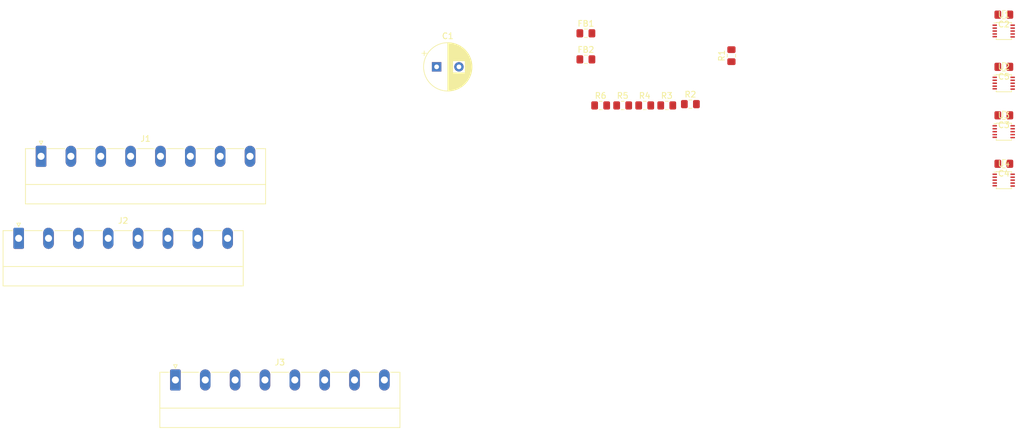
<source format=kicad_pcb>
(kicad_pcb (version 20171130) (host pcbnew 5.0.2+dfsg1-1)

  (general
    (thickness 1.6)
    (drawings 0)
    (tracks 0)
    (zones 0)
    (modules 20)
    (nets 27)
  )

  (page A4)
  (layers
    (0 F.Cu signal)
    (31 B.Cu signal)
    (32 B.Adhes user)
    (33 F.Adhes user)
    (34 B.Paste user)
    (35 F.Paste user)
    (36 B.SilkS user)
    (37 F.SilkS user)
    (38 B.Mask user)
    (39 F.Mask user)
    (40 Dwgs.User user)
    (41 Cmts.User user)
    (42 Eco1.User user)
    (43 Eco2.User user)
    (44 Edge.Cuts user)
    (45 Margin user)
    (46 B.CrtYd user)
    (47 F.CrtYd user)
    (48 B.Fab user)
    (49 F.Fab user)
  )

  (setup
    (last_trace_width 0.254)
    (user_trace_width 1.27)
    (user_trace_width 2.54)
    (user_trace_width 5.08)
    (user_trace_width 12.7)
    (trace_clearance 0.2)
    (zone_clearance 0.508)
    (zone_45_only no)
    (trace_min 0.2)
    (segment_width 0.2)
    (edge_width 0.15)
    (via_size 0.6)
    (via_drill 0.4)
    (via_min_size 0.4)
    (via_min_drill 0.3)
    (uvia_size 0.3)
    (uvia_drill 0.1)
    (uvias_allowed no)
    (uvia_min_size 0.2)
    (uvia_min_drill 0.1)
    (pcb_text_width 0.3)
    (pcb_text_size 1.5 1.5)
    (mod_edge_width 0.15)
    (mod_text_size 1 1)
    (mod_text_width 0.15)
    (pad_size 1.524 1.524)
    (pad_drill 0.762)
    (pad_to_mask_clearance 0.2)
    (solder_mask_min_width 0.25)
    (aux_axis_origin 0 0)
    (visible_elements 7FFFEFFF)
    (pcbplotparams
      (layerselection 0x00030_80000001)
      (usegerberextensions false)
      (usegerberattributes false)
      (usegerberadvancedattributes false)
      (creategerberjobfile false)
      (excludeedgelayer true)
      (linewidth 0.100000)
      (plotframeref false)
      (viasonmask false)
      (mode 1)
      (useauxorigin false)
      (hpglpennumber 1)
      (hpglpenspeed 20)
      (hpglpendiameter 15.000000)
      (psnegative false)
      (psa4output false)
      (plotreference true)
      (plotvalue true)
      (plotinvisibletext false)
      (padsonsilk false)
      (subtractmaskfromsilk false)
      (outputformat 1)
      (mirror false)
      (drillshape 1)
      (scaleselection 1)
      (outputdirectory ""))
  )

  (net 0 "")
  (net 1 VDD)
  (net 2 GND)
  (net 3 ALERT_0x4B)
  (net 4 ALERT_0x4A)
  (net 5 ALERT_0x49)
  (net 6 ALERT_0x48)
  (net 7 SDA)
  (net 8 SCLK)
  (net 9 "Net-(J2-Pad1)")
  (net 10 "Net-(J2-Pad2)")
  (net 11 "Net-(J2-Pad3)")
  (net 12 "Net-(J2-Pad4)")
  (net 13 "Net-(J2-Pad5)")
  (net 14 "Net-(J2-Pad6)")
  (net 15 "Net-(J2-Pad7)")
  (net 16 "Net-(J2-Pad8)")
  (net 17 "Net-(J3-Pad8)")
  (net 18 "Net-(J3-Pad7)")
  (net 19 "Net-(J3-Pad6)")
  (net 20 "Net-(J3-Pad5)")
  (net 21 "Net-(J3-Pad4)")
  (net 22 "Net-(J3-Pad3)")
  (net 23 "Net-(J3-Pad2)")
  (net 24 "Net-(J3-Pad1)")
  (net 25 "Net-(C1-Pad1)")
  (net 26 "Net-(C1-Pad2)")

  (net_class Default "This is the default net class."
    (clearance 0.2)
    (trace_width 0.254)
    (via_dia 0.6)
    (via_drill 0.4)
    (uvia_dia 0.3)
    (uvia_drill 0.1)
    (add_net ALERT_0x48)
    (add_net ALERT_0x49)
    (add_net ALERT_0x4A)
    (add_net ALERT_0x4B)
    (add_net GND)
    (add_net "Net-(C1-Pad1)")
    (add_net "Net-(C1-Pad2)")
    (add_net "Net-(J2-Pad1)")
    (add_net "Net-(J2-Pad2)")
    (add_net "Net-(J2-Pad3)")
    (add_net "Net-(J2-Pad4)")
    (add_net "Net-(J2-Pad5)")
    (add_net "Net-(J2-Pad6)")
    (add_net "Net-(J2-Pad7)")
    (add_net "Net-(J2-Pad8)")
    (add_net "Net-(J3-Pad1)")
    (add_net "Net-(J3-Pad2)")
    (add_net "Net-(J3-Pad3)")
    (add_net "Net-(J3-Pad4)")
    (add_net "Net-(J3-Pad5)")
    (add_net "Net-(J3-Pad6)")
    (add_net "Net-(J3-Pad7)")
    (add_net "Net-(J3-Pad8)")
    (add_net SCLK)
    (add_net SDA)
    (add_net VDD)
  )

  (module Capacitor_THT:CP_Radial_D8.0mm_P3.80mm (layer F.Cu) (tedit 5AE50EF0) (tstamp 5E5D21FE)
    (at 88.9 96.52)
    (descr "CP, Radial series, Radial, pin pitch=3.80mm, , diameter=8mm, Electrolytic Capacitor")
    (tags "CP Radial series Radial pin pitch 3.80mm  diameter 8mm Electrolytic Capacitor")
    (path /5E3ACE71)
    (fp_text reference C1 (at 1.9 -5.25) (layer F.SilkS)
      (effects (font (size 1 1) (thickness 0.15)))
    )
    (fp_text value 1uF (at 1.9 5.25) (layer F.Fab)
      (effects (font (size 1 1) (thickness 0.15)))
    )
    (fp_circle (center 1.9 0) (end 5.9 0) (layer F.Fab) (width 0.1))
    (fp_circle (center 1.9 0) (end 6.02 0) (layer F.SilkS) (width 0.12))
    (fp_circle (center 1.9 0) (end 6.15 0) (layer F.CrtYd) (width 0.05))
    (fp_line (start -1.526759 -1.7475) (end -0.726759 -1.7475) (layer F.Fab) (width 0.1))
    (fp_line (start -1.126759 -2.1475) (end -1.126759 -1.3475) (layer F.Fab) (width 0.1))
    (fp_line (start 1.9 -4.08) (end 1.9 4.08) (layer F.SilkS) (width 0.12))
    (fp_line (start 1.94 -4.08) (end 1.94 4.08) (layer F.SilkS) (width 0.12))
    (fp_line (start 1.98 -4.08) (end 1.98 4.08) (layer F.SilkS) (width 0.12))
    (fp_line (start 2.02 -4.079) (end 2.02 4.079) (layer F.SilkS) (width 0.12))
    (fp_line (start 2.06 -4.077) (end 2.06 4.077) (layer F.SilkS) (width 0.12))
    (fp_line (start 2.1 -4.076) (end 2.1 4.076) (layer F.SilkS) (width 0.12))
    (fp_line (start 2.14 -4.074) (end 2.14 4.074) (layer F.SilkS) (width 0.12))
    (fp_line (start 2.18 -4.071) (end 2.18 4.071) (layer F.SilkS) (width 0.12))
    (fp_line (start 2.22 -4.068) (end 2.22 4.068) (layer F.SilkS) (width 0.12))
    (fp_line (start 2.26 -4.065) (end 2.26 4.065) (layer F.SilkS) (width 0.12))
    (fp_line (start 2.3 -4.061) (end 2.3 4.061) (layer F.SilkS) (width 0.12))
    (fp_line (start 2.34 -4.057) (end 2.34 4.057) (layer F.SilkS) (width 0.12))
    (fp_line (start 2.38 -4.052) (end 2.38 4.052) (layer F.SilkS) (width 0.12))
    (fp_line (start 2.42 -4.048) (end 2.42 4.048) (layer F.SilkS) (width 0.12))
    (fp_line (start 2.46 -4.042) (end 2.46 4.042) (layer F.SilkS) (width 0.12))
    (fp_line (start 2.5 -4.037) (end 2.5 4.037) (layer F.SilkS) (width 0.12))
    (fp_line (start 2.54 -4.03) (end 2.54 4.03) (layer F.SilkS) (width 0.12))
    (fp_line (start 2.58 -4.024) (end 2.58 4.024) (layer F.SilkS) (width 0.12))
    (fp_line (start 2.621 -4.017) (end 2.621 4.017) (layer F.SilkS) (width 0.12))
    (fp_line (start 2.661 -4.01) (end 2.661 4.01) (layer F.SilkS) (width 0.12))
    (fp_line (start 2.701 -4.002) (end 2.701 4.002) (layer F.SilkS) (width 0.12))
    (fp_line (start 2.741 -3.994) (end 2.741 3.994) (layer F.SilkS) (width 0.12))
    (fp_line (start 2.781 -3.985) (end 2.781 -1.04) (layer F.SilkS) (width 0.12))
    (fp_line (start 2.781 1.04) (end 2.781 3.985) (layer F.SilkS) (width 0.12))
    (fp_line (start 2.821 -3.976) (end 2.821 -1.04) (layer F.SilkS) (width 0.12))
    (fp_line (start 2.821 1.04) (end 2.821 3.976) (layer F.SilkS) (width 0.12))
    (fp_line (start 2.861 -3.967) (end 2.861 -1.04) (layer F.SilkS) (width 0.12))
    (fp_line (start 2.861 1.04) (end 2.861 3.967) (layer F.SilkS) (width 0.12))
    (fp_line (start 2.901 -3.957) (end 2.901 -1.04) (layer F.SilkS) (width 0.12))
    (fp_line (start 2.901 1.04) (end 2.901 3.957) (layer F.SilkS) (width 0.12))
    (fp_line (start 2.941 -3.947) (end 2.941 -1.04) (layer F.SilkS) (width 0.12))
    (fp_line (start 2.941 1.04) (end 2.941 3.947) (layer F.SilkS) (width 0.12))
    (fp_line (start 2.981 -3.936) (end 2.981 -1.04) (layer F.SilkS) (width 0.12))
    (fp_line (start 2.981 1.04) (end 2.981 3.936) (layer F.SilkS) (width 0.12))
    (fp_line (start 3.021 -3.925) (end 3.021 -1.04) (layer F.SilkS) (width 0.12))
    (fp_line (start 3.021 1.04) (end 3.021 3.925) (layer F.SilkS) (width 0.12))
    (fp_line (start 3.061 -3.914) (end 3.061 -1.04) (layer F.SilkS) (width 0.12))
    (fp_line (start 3.061 1.04) (end 3.061 3.914) (layer F.SilkS) (width 0.12))
    (fp_line (start 3.101 -3.902) (end 3.101 -1.04) (layer F.SilkS) (width 0.12))
    (fp_line (start 3.101 1.04) (end 3.101 3.902) (layer F.SilkS) (width 0.12))
    (fp_line (start 3.141 -3.889) (end 3.141 -1.04) (layer F.SilkS) (width 0.12))
    (fp_line (start 3.141 1.04) (end 3.141 3.889) (layer F.SilkS) (width 0.12))
    (fp_line (start 3.181 -3.877) (end 3.181 -1.04) (layer F.SilkS) (width 0.12))
    (fp_line (start 3.181 1.04) (end 3.181 3.877) (layer F.SilkS) (width 0.12))
    (fp_line (start 3.221 -3.863) (end 3.221 -1.04) (layer F.SilkS) (width 0.12))
    (fp_line (start 3.221 1.04) (end 3.221 3.863) (layer F.SilkS) (width 0.12))
    (fp_line (start 3.261 -3.85) (end 3.261 -1.04) (layer F.SilkS) (width 0.12))
    (fp_line (start 3.261 1.04) (end 3.261 3.85) (layer F.SilkS) (width 0.12))
    (fp_line (start 3.301 -3.835) (end 3.301 -1.04) (layer F.SilkS) (width 0.12))
    (fp_line (start 3.301 1.04) (end 3.301 3.835) (layer F.SilkS) (width 0.12))
    (fp_line (start 3.341 -3.821) (end 3.341 -1.04) (layer F.SilkS) (width 0.12))
    (fp_line (start 3.341 1.04) (end 3.341 3.821) (layer F.SilkS) (width 0.12))
    (fp_line (start 3.381 -3.805) (end 3.381 -1.04) (layer F.SilkS) (width 0.12))
    (fp_line (start 3.381 1.04) (end 3.381 3.805) (layer F.SilkS) (width 0.12))
    (fp_line (start 3.421 -3.79) (end 3.421 -1.04) (layer F.SilkS) (width 0.12))
    (fp_line (start 3.421 1.04) (end 3.421 3.79) (layer F.SilkS) (width 0.12))
    (fp_line (start 3.461 -3.774) (end 3.461 -1.04) (layer F.SilkS) (width 0.12))
    (fp_line (start 3.461 1.04) (end 3.461 3.774) (layer F.SilkS) (width 0.12))
    (fp_line (start 3.501 -3.757) (end 3.501 -1.04) (layer F.SilkS) (width 0.12))
    (fp_line (start 3.501 1.04) (end 3.501 3.757) (layer F.SilkS) (width 0.12))
    (fp_line (start 3.541 -3.74) (end 3.541 -1.04) (layer F.SilkS) (width 0.12))
    (fp_line (start 3.541 1.04) (end 3.541 3.74) (layer F.SilkS) (width 0.12))
    (fp_line (start 3.581 -3.722) (end 3.581 -1.04) (layer F.SilkS) (width 0.12))
    (fp_line (start 3.581 1.04) (end 3.581 3.722) (layer F.SilkS) (width 0.12))
    (fp_line (start 3.621 -3.704) (end 3.621 -1.04) (layer F.SilkS) (width 0.12))
    (fp_line (start 3.621 1.04) (end 3.621 3.704) (layer F.SilkS) (width 0.12))
    (fp_line (start 3.661 -3.686) (end 3.661 -1.04) (layer F.SilkS) (width 0.12))
    (fp_line (start 3.661 1.04) (end 3.661 3.686) (layer F.SilkS) (width 0.12))
    (fp_line (start 3.701 -3.666) (end 3.701 -1.04) (layer F.SilkS) (width 0.12))
    (fp_line (start 3.701 1.04) (end 3.701 3.666) (layer F.SilkS) (width 0.12))
    (fp_line (start 3.741 -3.647) (end 3.741 -1.04) (layer F.SilkS) (width 0.12))
    (fp_line (start 3.741 1.04) (end 3.741 3.647) (layer F.SilkS) (width 0.12))
    (fp_line (start 3.781 -3.627) (end 3.781 -1.04) (layer F.SilkS) (width 0.12))
    (fp_line (start 3.781 1.04) (end 3.781 3.627) (layer F.SilkS) (width 0.12))
    (fp_line (start 3.821 -3.606) (end 3.821 -1.04) (layer F.SilkS) (width 0.12))
    (fp_line (start 3.821 1.04) (end 3.821 3.606) (layer F.SilkS) (width 0.12))
    (fp_line (start 3.861 -3.584) (end 3.861 -1.04) (layer F.SilkS) (width 0.12))
    (fp_line (start 3.861 1.04) (end 3.861 3.584) (layer F.SilkS) (width 0.12))
    (fp_line (start 3.901 -3.562) (end 3.901 -1.04) (layer F.SilkS) (width 0.12))
    (fp_line (start 3.901 1.04) (end 3.901 3.562) (layer F.SilkS) (width 0.12))
    (fp_line (start 3.941 -3.54) (end 3.941 -1.04) (layer F.SilkS) (width 0.12))
    (fp_line (start 3.941 1.04) (end 3.941 3.54) (layer F.SilkS) (width 0.12))
    (fp_line (start 3.981 -3.517) (end 3.981 -1.04) (layer F.SilkS) (width 0.12))
    (fp_line (start 3.981 1.04) (end 3.981 3.517) (layer F.SilkS) (width 0.12))
    (fp_line (start 4.021 -3.493) (end 4.021 -1.04) (layer F.SilkS) (width 0.12))
    (fp_line (start 4.021 1.04) (end 4.021 3.493) (layer F.SilkS) (width 0.12))
    (fp_line (start 4.061 -3.469) (end 4.061 -1.04) (layer F.SilkS) (width 0.12))
    (fp_line (start 4.061 1.04) (end 4.061 3.469) (layer F.SilkS) (width 0.12))
    (fp_line (start 4.101 -3.444) (end 4.101 -1.04) (layer F.SilkS) (width 0.12))
    (fp_line (start 4.101 1.04) (end 4.101 3.444) (layer F.SilkS) (width 0.12))
    (fp_line (start 4.141 -3.418) (end 4.141 -1.04) (layer F.SilkS) (width 0.12))
    (fp_line (start 4.141 1.04) (end 4.141 3.418) (layer F.SilkS) (width 0.12))
    (fp_line (start 4.181 -3.392) (end 4.181 -1.04) (layer F.SilkS) (width 0.12))
    (fp_line (start 4.181 1.04) (end 4.181 3.392) (layer F.SilkS) (width 0.12))
    (fp_line (start 4.221 -3.365) (end 4.221 -1.04) (layer F.SilkS) (width 0.12))
    (fp_line (start 4.221 1.04) (end 4.221 3.365) (layer F.SilkS) (width 0.12))
    (fp_line (start 4.261 -3.338) (end 4.261 -1.04) (layer F.SilkS) (width 0.12))
    (fp_line (start 4.261 1.04) (end 4.261 3.338) (layer F.SilkS) (width 0.12))
    (fp_line (start 4.301 -3.309) (end 4.301 -1.04) (layer F.SilkS) (width 0.12))
    (fp_line (start 4.301 1.04) (end 4.301 3.309) (layer F.SilkS) (width 0.12))
    (fp_line (start 4.341 -3.28) (end 4.341 -1.04) (layer F.SilkS) (width 0.12))
    (fp_line (start 4.341 1.04) (end 4.341 3.28) (layer F.SilkS) (width 0.12))
    (fp_line (start 4.381 -3.25) (end 4.381 -1.04) (layer F.SilkS) (width 0.12))
    (fp_line (start 4.381 1.04) (end 4.381 3.25) (layer F.SilkS) (width 0.12))
    (fp_line (start 4.421 -3.22) (end 4.421 -1.04) (layer F.SilkS) (width 0.12))
    (fp_line (start 4.421 1.04) (end 4.421 3.22) (layer F.SilkS) (width 0.12))
    (fp_line (start 4.461 -3.189) (end 4.461 -1.04) (layer F.SilkS) (width 0.12))
    (fp_line (start 4.461 1.04) (end 4.461 3.189) (layer F.SilkS) (width 0.12))
    (fp_line (start 4.501 -3.156) (end 4.501 -1.04) (layer F.SilkS) (width 0.12))
    (fp_line (start 4.501 1.04) (end 4.501 3.156) (layer F.SilkS) (width 0.12))
    (fp_line (start 4.541 -3.124) (end 4.541 -1.04) (layer F.SilkS) (width 0.12))
    (fp_line (start 4.541 1.04) (end 4.541 3.124) (layer F.SilkS) (width 0.12))
    (fp_line (start 4.581 -3.09) (end 4.581 -1.04) (layer F.SilkS) (width 0.12))
    (fp_line (start 4.581 1.04) (end 4.581 3.09) (layer F.SilkS) (width 0.12))
    (fp_line (start 4.621 -3.055) (end 4.621 -1.04) (layer F.SilkS) (width 0.12))
    (fp_line (start 4.621 1.04) (end 4.621 3.055) (layer F.SilkS) (width 0.12))
    (fp_line (start 4.661 -3.019) (end 4.661 -1.04) (layer F.SilkS) (width 0.12))
    (fp_line (start 4.661 1.04) (end 4.661 3.019) (layer F.SilkS) (width 0.12))
    (fp_line (start 4.701 -2.983) (end 4.701 -1.04) (layer F.SilkS) (width 0.12))
    (fp_line (start 4.701 1.04) (end 4.701 2.983) (layer F.SilkS) (width 0.12))
    (fp_line (start 4.741 -2.945) (end 4.741 -1.04) (layer F.SilkS) (width 0.12))
    (fp_line (start 4.741 1.04) (end 4.741 2.945) (layer F.SilkS) (width 0.12))
    (fp_line (start 4.781 -2.907) (end 4.781 -1.04) (layer F.SilkS) (width 0.12))
    (fp_line (start 4.781 1.04) (end 4.781 2.907) (layer F.SilkS) (width 0.12))
    (fp_line (start 4.821 -2.867) (end 4.821 -1.04) (layer F.SilkS) (width 0.12))
    (fp_line (start 4.821 1.04) (end 4.821 2.867) (layer F.SilkS) (width 0.12))
    (fp_line (start 4.861 -2.826) (end 4.861 2.826) (layer F.SilkS) (width 0.12))
    (fp_line (start 4.901 -2.784) (end 4.901 2.784) (layer F.SilkS) (width 0.12))
    (fp_line (start 4.941 -2.741) (end 4.941 2.741) (layer F.SilkS) (width 0.12))
    (fp_line (start 4.981 -2.697) (end 4.981 2.697) (layer F.SilkS) (width 0.12))
    (fp_line (start 5.021 -2.651) (end 5.021 2.651) (layer F.SilkS) (width 0.12))
    (fp_line (start 5.061 -2.604) (end 5.061 2.604) (layer F.SilkS) (width 0.12))
    (fp_line (start 5.101 -2.556) (end 5.101 2.556) (layer F.SilkS) (width 0.12))
    (fp_line (start 5.141 -2.505) (end 5.141 2.505) (layer F.SilkS) (width 0.12))
    (fp_line (start 5.181 -2.454) (end 5.181 2.454) (layer F.SilkS) (width 0.12))
    (fp_line (start 5.221 -2.4) (end 5.221 2.4) (layer F.SilkS) (width 0.12))
    (fp_line (start 5.261 -2.345) (end 5.261 2.345) (layer F.SilkS) (width 0.12))
    (fp_line (start 5.301 -2.287) (end 5.301 2.287) (layer F.SilkS) (width 0.12))
    (fp_line (start 5.341 -2.228) (end 5.341 2.228) (layer F.SilkS) (width 0.12))
    (fp_line (start 5.381 -2.166) (end 5.381 2.166) (layer F.SilkS) (width 0.12))
    (fp_line (start 5.421 -2.102) (end 5.421 2.102) (layer F.SilkS) (width 0.12))
    (fp_line (start 5.461 -2.034) (end 5.461 2.034) (layer F.SilkS) (width 0.12))
    (fp_line (start 5.501 -1.964) (end 5.501 1.964) (layer F.SilkS) (width 0.12))
    (fp_line (start 5.541 -1.89) (end 5.541 1.89) (layer F.SilkS) (width 0.12))
    (fp_line (start 5.581 -1.813) (end 5.581 1.813) (layer F.SilkS) (width 0.12))
    (fp_line (start 5.621 -1.731) (end 5.621 1.731) (layer F.SilkS) (width 0.12))
    (fp_line (start 5.661 -1.645) (end 5.661 1.645) (layer F.SilkS) (width 0.12))
    (fp_line (start 5.701 -1.552) (end 5.701 1.552) (layer F.SilkS) (width 0.12))
    (fp_line (start 5.741 -1.453) (end 5.741 1.453) (layer F.SilkS) (width 0.12))
    (fp_line (start 5.781 -1.346) (end 5.781 1.346) (layer F.SilkS) (width 0.12))
    (fp_line (start 5.821 -1.229) (end 5.821 1.229) (layer F.SilkS) (width 0.12))
    (fp_line (start 5.861 -1.098) (end 5.861 1.098) (layer F.SilkS) (width 0.12))
    (fp_line (start 5.901 -0.948) (end 5.901 0.948) (layer F.SilkS) (width 0.12))
    (fp_line (start 5.941 -0.768) (end 5.941 0.768) (layer F.SilkS) (width 0.12))
    (fp_line (start 5.981 -0.533) (end 5.981 0.533) (layer F.SilkS) (width 0.12))
    (fp_line (start -2.509698 -2.315) (end -1.709698 -2.315) (layer F.SilkS) (width 0.12))
    (fp_line (start -2.109698 -2.715) (end -2.109698 -1.915) (layer F.SilkS) (width 0.12))
    (fp_text user %R (at 1.9 0) (layer F.Fab)
      (effects (font (size 1 1) (thickness 0.15)))
    )
    (pad 1 thru_hole rect (at 0 0) (size 1.6 1.6) (drill 0.8) (layers *.Cu *.Mask)
      (net 25 "Net-(C1-Pad1)"))
    (pad 2 thru_hole circle (at 3.8 0) (size 1.6 1.6) (drill 0.8) (layers *.Cu *.Mask)
      (net 26 "Net-(C1-Pad2)"))
    (model ${KISYS3DMOD}/Capacitor_THT.3dshapes/CP_Radial_D8.0mm_P3.80mm.wrl
      (at (xyz 0 0 0))
      (scale (xyz 1 1 1))
      (rotate (xyz 0 0 0))
    )
  )

  (module Capacitor_SMD:C_0805_2012Metric_Pad1.15x1.40mm_HandSolder (layer F.Cu) (tedit 5B36C52B) (tstamp 5E5D220F)
    (at 185.42 87.63 180)
    (descr "Capacitor SMD 0805 (2012 Metric), square (rectangular) end terminal, IPC_7351 nominal with elongated pad for handsoldering. (Body size source: https://docs.google.com/spreadsheets/d/1BsfQQcO9C6DZCsRaXUlFlo91Tg2WpOkGARC1WS5S8t0/edit?usp=sharing), generated with kicad-footprint-generator")
    (tags "capacitor handsolder")
    (path /5E586670)
    (attr smd)
    (fp_text reference C2 (at 0 -1.65 180) (layer F.SilkS)
      (effects (font (size 1 1) (thickness 0.15)))
    )
    (fp_text value 1uF (at 0 1.65 180) (layer F.Fab)
      (effects (font (size 1 1) (thickness 0.15)))
    )
    (fp_text user %R (at 0 0 180) (layer F.Fab)
      (effects (font (size 0.5 0.5) (thickness 0.08)))
    )
    (fp_line (start 1.85 0.95) (end -1.85 0.95) (layer F.CrtYd) (width 0.05))
    (fp_line (start 1.85 -0.95) (end 1.85 0.95) (layer F.CrtYd) (width 0.05))
    (fp_line (start -1.85 -0.95) (end 1.85 -0.95) (layer F.CrtYd) (width 0.05))
    (fp_line (start -1.85 0.95) (end -1.85 -0.95) (layer F.CrtYd) (width 0.05))
    (fp_line (start -0.261252 0.71) (end 0.261252 0.71) (layer F.SilkS) (width 0.12))
    (fp_line (start -0.261252 -0.71) (end 0.261252 -0.71) (layer F.SilkS) (width 0.12))
    (fp_line (start 1 0.6) (end -1 0.6) (layer F.Fab) (width 0.1))
    (fp_line (start 1 -0.6) (end 1 0.6) (layer F.Fab) (width 0.1))
    (fp_line (start -1 -0.6) (end 1 -0.6) (layer F.Fab) (width 0.1))
    (fp_line (start -1 0.6) (end -1 -0.6) (layer F.Fab) (width 0.1))
    (pad 2 smd roundrect (at 1.025 0 180) (size 1.15 1.4) (layers F.Cu F.Paste F.Mask) (roundrect_rratio 0.217391)
      (net 2 GND))
    (pad 1 smd roundrect (at -1.025 0 180) (size 1.15 1.4) (layers F.Cu F.Paste F.Mask) (roundrect_rratio 0.217391)
      (net 1 VDD))
    (model ${KISYS3DMOD}/Capacitor_SMD.3dshapes/C_0805_2012Metric.wrl
      (at (xyz 0 0 0))
      (scale (xyz 1 1 1))
      (rotate (xyz 0 0 0))
    )
  )

  (module Capacitor_SMD:C_0805_2012Metric_Pad1.15x1.40mm_HandSolder (layer F.Cu) (tedit 5B36C52B) (tstamp 5E5D2220)
    (at 185.42 104.775 180)
    (descr "Capacitor SMD 0805 (2012 Metric), square (rectangular) end terminal, IPC_7351 nominal with elongated pad for handsoldering. (Body size source: https://docs.google.com/spreadsheets/d/1BsfQQcO9C6DZCsRaXUlFlo91Tg2WpOkGARC1WS5S8t0/edit?usp=sharing), generated with kicad-footprint-generator")
    (tags "capacitor handsolder")
    (path /5E586712)
    (attr smd)
    (fp_text reference C3 (at 0 -1.65 180) (layer F.SilkS)
      (effects (font (size 1 1) (thickness 0.15)))
    )
    (fp_text value 1uF (at 0 1.65 180) (layer F.Fab)
      (effects (font (size 1 1) (thickness 0.15)))
    )
    (fp_text user %R (at 0 0 180) (layer F.Fab)
      (effects (font (size 0.5 0.5) (thickness 0.08)))
    )
    (fp_line (start 1.85 0.95) (end -1.85 0.95) (layer F.CrtYd) (width 0.05))
    (fp_line (start 1.85 -0.95) (end 1.85 0.95) (layer F.CrtYd) (width 0.05))
    (fp_line (start -1.85 -0.95) (end 1.85 -0.95) (layer F.CrtYd) (width 0.05))
    (fp_line (start -1.85 0.95) (end -1.85 -0.95) (layer F.CrtYd) (width 0.05))
    (fp_line (start -0.261252 0.71) (end 0.261252 0.71) (layer F.SilkS) (width 0.12))
    (fp_line (start -0.261252 -0.71) (end 0.261252 -0.71) (layer F.SilkS) (width 0.12))
    (fp_line (start 1 0.6) (end -1 0.6) (layer F.Fab) (width 0.1))
    (fp_line (start 1 -0.6) (end 1 0.6) (layer F.Fab) (width 0.1))
    (fp_line (start -1 -0.6) (end 1 -0.6) (layer F.Fab) (width 0.1))
    (fp_line (start -1 0.6) (end -1 -0.6) (layer F.Fab) (width 0.1))
    (pad 2 smd roundrect (at 1.025 0 180) (size 1.15 1.4) (layers F.Cu F.Paste F.Mask) (roundrect_rratio 0.217391)
      (net 2 GND))
    (pad 1 smd roundrect (at -1.025 0 180) (size 1.15 1.4) (layers F.Cu F.Paste F.Mask) (roundrect_rratio 0.217391)
      (net 1 VDD))
    (model ${KISYS3DMOD}/Capacitor_SMD.3dshapes/C_0805_2012Metric.wrl
      (at (xyz 0 0 0))
      (scale (xyz 1 1 1))
      (rotate (xyz 0 0 0))
    )
  )

  (module Capacitor_SMD:C_0805_2012Metric_Pad1.15x1.40mm_HandSolder (layer F.Cu) (tedit 5B36C52B) (tstamp 5E5D2231)
    (at 185.42 113.03 180)
    (descr "Capacitor SMD 0805 (2012 Metric), square (rectangular) end terminal, IPC_7351 nominal with elongated pad for handsoldering. (Body size source: https://docs.google.com/spreadsheets/d/1BsfQQcO9C6DZCsRaXUlFlo91Tg2WpOkGARC1WS5S8t0/edit?usp=sharing), generated with kicad-footprint-generator")
    (tags "capacitor handsolder")
    (path /5E586762)
    (attr smd)
    (fp_text reference C4 (at 0 -1.65 180) (layer F.SilkS)
      (effects (font (size 1 1) (thickness 0.15)))
    )
    (fp_text value 1uF (at 0 1.65 180) (layer F.Fab)
      (effects (font (size 1 1) (thickness 0.15)))
    )
    (fp_line (start -1 0.6) (end -1 -0.6) (layer F.Fab) (width 0.1))
    (fp_line (start -1 -0.6) (end 1 -0.6) (layer F.Fab) (width 0.1))
    (fp_line (start 1 -0.6) (end 1 0.6) (layer F.Fab) (width 0.1))
    (fp_line (start 1 0.6) (end -1 0.6) (layer F.Fab) (width 0.1))
    (fp_line (start -0.261252 -0.71) (end 0.261252 -0.71) (layer F.SilkS) (width 0.12))
    (fp_line (start -0.261252 0.71) (end 0.261252 0.71) (layer F.SilkS) (width 0.12))
    (fp_line (start -1.85 0.95) (end -1.85 -0.95) (layer F.CrtYd) (width 0.05))
    (fp_line (start -1.85 -0.95) (end 1.85 -0.95) (layer F.CrtYd) (width 0.05))
    (fp_line (start 1.85 -0.95) (end 1.85 0.95) (layer F.CrtYd) (width 0.05))
    (fp_line (start 1.85 0.95) (end -1.85 0.95) (layer F.CrtYd) (width 0.05))
    (fp_text user %R (at 0 0 180) (layer F.Fab)
      (effects (font (size 0.5 0.5) (thickness 0.08)))
    )
    (pad 1 smd roundrect (at -1.025 0 180) (size 1.15 1.4) (layers F.Cu F.Paste F.Mask) (roundrect_rratio 0.217391)
      (net 1 VDD))
    (pad 2 smd roundrect (at 1.025 0 180) (size 1.15 1.4) (layers F.Cu F.Paste F.Mask) (roundrect_rratio 0.217391)
      (net 2 GND))
    (model ${KISYS3DMOD}/Capacitor_SMD.3dshapes/C_0805_2012Metric.wrl
      (at (xyz 0 0 0))
      (scale (xyz 1 1 1))
      (rotate (xyz 0 0 0))
    )
  )

  (module Capacitor_SMD:C_0805_2012Metric_Pad1.15x1.40mm_HandSolder (layer F.Cu) (tedit 5B36C52B) (tstamp 5E5D2242)
    (at 185.42 96.52 180)
    (descr "Capacitor SMD 0805 (2012 Metric), square (rectangular) end terminal, IPC_7351 nominal with elongated pad for handsoldering. (Body size source: https://docs.google.com/spreadsheets/d/1BsfQQcO9C6DZCsRaXUlFlo91Tg2WpOkGARC1WS5S8t0/edit?usp=sharing), generated with kicad-footprint-generator")
    (tags "capacitor handsolder")
    (path /5E5866BA)
    (attr smd)
    (fp_text reference C5 (at 0 -1.65 180) (layer F.SilkS)
      (effects (font (size 1 1) (thickness 0.15)))
    )
    (fp_text value 1uF (at 0 1.65 180) (layer F.Fab)
      (effects (font (size 1 1) (thickness 0.15)))
    )
    (fp_line (start -1 0.6) (end -1 -0.6) (layer F.Fab) (width 0.1))
    (fp_line (start -1 -0.6) (end 1 -0.6) (layer F.Fab) (width 0.1))
    (fp_line (start 1 -0.6) (end 1 0.6) (layer F.Fab) (width 0.1))
    (fp_line (start 1 0.6) (end -1 0.6) (layer F.Fab) (width 0.1))
    (fp_line (start -0.261252 -0.71) (end 0.261252 -0.71) (layer F.SilkS) (width 0.12))
    (fp_line (start -0.261252 0.71) (end 0.261252 0.71) (layer F.SilkS) (width 0.12))
    (fp_line (start -1.85 0.95) (end -1.85 -0.95) (layer F.CrtYd) (width 0.05))
    (fp_line (start -1.85 -0.95) (end 1.85 -0.95) (layer F.CrtYd) (width 0.05))
    (fp_line (start 1.85 -0.95) (end 1.85 0.95) (layer F.CrtYd) (width 0.05))
    (fp_line (start 1.85 0.95) (end -1.85 0.95) (layer F.CrtYd) (width 0.05))
    (fp_text user %R (at 0 0 180) (layer F.Fab)
      (effects (font (size 0.5 0.5) (thickness 0.08)))
    )
    (pad 1 smd roundrect (at -1.025 0 180) (size 1.15 1.4) (layers F.Cu F.Paste F.Mask) (roundrect_rratio 0.217391)
      (net 1 VDD))
    (pad 2 smd roundrect (at 1.025 0 180) (size 1.15 1.4) (layers F.Cu F.Paste F.Mask) (roundrect_rratio 0.217391)
      (net 2 GND))
    (model ${KISYS3DMOD}/Capacitor_SMD.3dshapes/C_0805_2012Metric.wrl
      (at (xyz 0 0 0))
      (scale (xyz 1 1 1))
      (rotate (xyz 0 0 0))
    )
  )

  (module Inductor_SMD:L_0805_2012Metric_Pad1.15x1.40mm_HandSolder (layer F.Cu) (tedit 5B36C52B) (tstamp 5E5D2253)
    (at 114.3 90.805)
    (descr "Capacitor SMD 0805 (2012 Metric), square (rectangular) end terminal, IPC_7351 nominal with elongated pad for handsoldering. (Body size source: https://docs.google.com/spreadsheets/d/1BsfQQcO9C6DZCsRaXUlFlo91Tg2WpOkGARC1WS5S8t0/edit?usp=sharing), generated with kicad-footprint-generator")
    (tags "inductor handsolder")
    (path /5E52EFAE)
    (attr smd)
    (fp_text reference FB1 (at 0 -1.65) (layer F.SilkS)
      (effects (font (size 1 1) (thickness 0.15)))
    )
    (fp_text value MMZ2012Y152B (at 0 1.65) (layer F.Fab)
      (effects (font (size 1 1) (thickness 0.15)))
    )
    (fp_line (start -1 0.6) (end -1 -0.6) (layer F.Fab) (width 0.1))
    (fp_line (start -1 -0.6) (end 1 -0.6) (layer F.Fab) (width 0.1))
    (fp_line (start 1 -0.6) (end 1 0.6) (layer F.Fab) (width 0.1))
    (fp_line (start 1 0.6) (end -1 0.6) (layer F.Fab) (width 0.1))
    (fp_line (start -0.261252 -0.71) (end 0.261252 -0.71) (layer F.SilkS) (width 0.12))
    (fp_line (start -0.261252 0.71) (end 0.261252 0.71) (layer F.SilkS) (width 0.12))
    (fp_line (start -1.85 0.95) (end -1.85 -0.95) (layer F.CrtYd) (width 0.05))
    (fp_line (start -1.85 -0.95) (end 1.85 -0.95) (layer F.CrtYd) (width 0.05))
    (fp_line (start 1.85 -0.95) (end 1.85 0.95) (layer F.CrtYd) (width 0.05))
    (fp_line (start 1.85 0.95) (end -1.85 0.95) (layer F.CrtYd) (width 0.05))
    (fp_text user %R (at 0 0) (layer F.Fab)
      (effects (font (size 0.5 0.5) (thickness 0.08)))
    )
    (pad 1 smd roundrect (at -1.025 0) (size 1.15 1.4) (layers F.Cu F.Paste F.Mask) (roundrect_rratio 0.217391)
      (net 1 VDD))
    (pad 2 smd roundrect (at 1.025 0) (size 1.15 1.4) (layers F.Cu F.Paste F.Mask) (roundrect_rratio 0.217391)
      (net 25 "Net-(C1-Pad1)"))
    (model ${KISYS3DMOD}/Inductor_SMD.3dshapes/L_0805_2012Metric.wrl
      (at (xyz 0 0 0))
      (scale (xyz 1 1 1))
      (rotate (xyz 0 0 0))
    )
  )

  (module Inductor_SMD:L_0805_2012Metric_Pad1.15x1.40mm_HandSolder (layer F.Cu) (tedit 5B36C52B) (tstamp 5E5D2264)
    (at 114.3 95.25)
    (descr "Capacitor SMD 0805 (2012 Metric), square (rectangular) end terminal, IPC_7351 nominal with elongated pad for handsoldering. (Body size source: https://docs.google.com/spreadsheets/d/1BsfQQcO9C6DZCsRaXUlFlo91Tg2WpOkGARC1WS5S8t0/edit?usp=sharing), generated with kicad-footprint-generator")
    (tags "inductor handsolder")
    (path /5E52F226)
    (attr smd)
    (fp_text reference FB2 (at 0 -1.65) (layer F.SilkS)
      (effects (font (size 1 1) (thickness 0.15)))
    )
    (fp_text value MMZ2012Y152B (at 0 1.65) (layer F.Fab)
      (effects (font (size 1 1) (thickness 0.15)))
    )
    (fp_text user %R (at 0 0) (layer F.Fab)
      (effects (font (size 0.5 0.5) (thickness 0.08)))
    )
    (fp_line (start 1.85 0.95) (end -1.85 0.95) (layer F.CrtYd) (width 0.05))
    (fp_line (start 1.85 -0.95) (end 1.85 0.95) (layer F.CrtYd) (width 0.05))
    (fp_line (start -1.85 -0.95) (end 1.85 -0.95) (layer F.CrtYd) (width 0.05))
    (fp_line (start -1.85 0.95) (end -1.85 -0.95) (layer F.CrtYd) (width 0.05))
    (fp_line (start -0.261252 0.71) (end 0.261252 0.71) (layer F.SilkS) (width 0.12))
    (fp_line (start -0.261252 -0.71) (end 0.261252 -0.71) (layer F.SilkS) (width 0.12))
    (fp_line (start 1 0.6) (end -1 0.6) (layer F.Fab) (width 0.1))
    (fp_line (start 1 -0.6) (end 1 0.6) (layer F.Fab) (width 0.1))
    (fp_line (start -1 -0.6) (end 1 -0.6) (layer F.Fab) (width 0.1))
    (fp_line (start -1 0.6) (end -1 -0.6) (layer F.Fab) (width 0.1))
    (pad 2 smd roundrect (at 1.025 0) (size 1.15 1.4) (layers F.Cu F.Paste F.Mask) (roundrect_rratio 0.217391)
      (net 26 "Net-(C1-Pad2)"))
    (pad 1 smd roundrect (at -1.025 0) (size 1.15 1.4) (layers F.Cu F.Paste F.Mask) (roundrect_rratio 0.217391)
      (net 2 GND))
    (model ${KISYS3DMOD}/Inductor_SMD.3dshapes/L_0805_2012Metric.wrl
      (at (xyz 0 0 0))
      (scale (xyz 1 1 1))
      (rotate (xyz 0 0 0))
    )
  )

  (module Connector_Phoenix_MC_HighVoltage:PhoenixContact_MC_1,5_8-G-5.08_1x08_P5.08mm_Horizontal (layer F.Cu) (tedit 5B784ED2) (tstamp 5E5D228B)
    (at 21.59 111.76)
    (descr "Generic Phoenix Contact connector footprint for: MC_1,5/8-G-5.08; number of pins: 08; pin pitch: 5.08mm; Angled || order number: 1836244 8A 320V")
    (tags "phoenix_contact connector MC_01x08_G_5.08mm")
    (path /5E3A2B70)
    (fp_text reference J1 (at 17.78 -3) (layer F.SilkS)
      (effects (font (size 1 1) (thickness 0.15)))
    )
    (fp_text value Conn_PiWR-Pi2C-PiLERTs (at 17.78 9.2) (layer F.Fab)
      (effects (font (size 1 1) (thickness 0.15)))
    )
    (fp_line (start -2.65 -1.31) (end -2.65 8.11) (layer F.SilkS) (width 0.12))
    (fp_line (start -2.65 8.11) (end 38.21 8.11) (layer F.SilkS) (width 0.12))
    (fp_line (start 38.21 8.11) (end 38.21 -1.31) (layer F.SilkS) (width 0.12))
    (fp_line (start -2.65 -1.31) (end -1.05 -1.31) (layer F.SilkS) (width 0.12))
    (fp_line (start 38.21 -1.31) (end 36.61 -1.31) (layer F.SilkS) (width 0.12))
    (fp_line (start 1.05 -1.31) (end 4.03 -1.31) (layer F.SilkS) (width 0.12))
    (fp_line (start 6.13 -1.31) (end 9.11 -1.31) (layer F.SilkS) (width 0.12))
    (fp_line (start 11.21 -1.31) (end 14.19 -1.31) (layer F.SilkS) (width 0.12))
    (fp_line (start 16.29 -1.31) (end 19.27 -1.31) (layer F.SilkS) (width 0.12))
    (fp_line (start 21.37 -1.31) (end 24.35 -1.31) (layer F.SilkS) (width 0.12))
    (fp_line (start 26.45 -1.31) (end 29.43 -1.31) (layer F.SilkS) (width 0.12))
    (fp_line (start 31.53 -1.31) (end 34.51 -1.31) (layer F.SilkS) (width 0.12))
    (fp_line (start -2.54 -1.2) (end -2.54 8) (layer F.Fab) (width 0.1))
    (fp_line (start -2.54 8) (end 38.1 8) (layer F.Fab) (width 0.1))
    (fp_line (start 38.1 8) (end 38.1 -1.2) (layer F.Fab) (width 0.1))
    (fp_line (start 38.1 -1.2) (end -2.54 -1.2) (layer F.Fab) (width 0.1))
    (fp_line (start -2.65 4.8) (end 38.21 4.8) (layer F.SilkS) (width 0.12))
    (fp_line (start -3.15 -2.3) (end -3.15 8.5) (layer F.CrtYd) (width 0.05))
    (fp_line (start -3.15 8.5) (end 38.6 8.5) (layer F.CrtYd) (width 0.05))
    (fp_line (start 38.6 8.5) (end 38.6 -2.3) (layer F.CrtYd) (width 0.05))
    (fp_line (start 38.6 -2.3) (end -3.15 -2.3) (layer F.CrtYd) (width 0.05))
    (fp_line (start 0.3 -2.6) (end 0 -2) (layer F.SilkS) (width 0.12))
    (fp_line (start 0 -2) (end -0.3 -2.6) (layer F.SilkS) (width 0.12))
    (fp_line (start -0.3 -2.6) (end 0.3 -2.6) (layer F.SilkS) (width 0.12))
    (fp_line (start 0.8 -1.2) (end 0 0) (layer F.Fab) (width 0.1))
    (fp_line (start 0 0) (end -0.8 -1.2) (layer F.Fab) (width 0.1))
    (fp_text user %R (at 17.78 -0.5) (layer F.Fab)
      (effects (font (size 1 1) (thickness 0.15)))
    )
    (pad 1 thru_hole roundrect (at 0 0) (size 1.8 3.6) (drill 1.2) (layers *.Cu *.Mask) (roundrect_rratio 0.138889)
      (net 3 ALERT_0x4B))
    (pad 2 thru_hole oval (at 5.08 0) (size 1.8 3.6) (drill 1.2) (layers *.Cu *.Mask)
      (net 4 ALERT_0x4A))
    (pad 3 thru_hole oval (at 10.16 0) (size 1.8 3.6) (drill 1.2) (layers *.Cu *.Mask)
      (net 5 ALERT_0x49))
    (pad 4 thru_hole oval (at 15.24 0) (size 1.8 3.6) (drill 1.2) (layers *.Cu *.Mask)
      (net 6 ALERT_0x48))
    (pad 5 thru_hole oval (at 20.32 0) (size 1.8 3.6) (drill 1.2) (layers *.Cu *.Mask)
      (net 7 SDA))
    (pad 6 thru_hole oval (at 25.4 0) (size 1.8 3.6) (drill 1.2) (layers *.Cu *.Mask)
      (net 26 "Net-(C1-Pad2)"))
    (pad 7 thru_hole oval (at 30.48 0) (size 1.8 3.6) (drill 1.2) (layers *.Cu *.Mask)
      (net 8 SCLK))
    (pad 8 thru_hole oval (at 35.56 0) (size 1.8 3.6) (drill 1.2) (layers *.Cu *.Mask)
      (net 25 "Net-(C1-Pad1)"))
    (model ${KISYS3DMOD}/Connector_Phoenix_MC_HighVoltage.3dshapes/PhoenixContact_MC_1,5_8-G-5.08_1x08_P5.08mm_Horizontal.wrl
      (at (xyz 0 0 0))
      (scale (xyz 1 1 1))
      (rotate (xyz 0 0 0))
    )
  )

  (module Connector_Phoenix_MC_HighVoltage:PhoenixContact_MC_1,5_8-G-5.08_1x08_P5.08mm_Horizontal (layer F.Cu) (tedit 5B784ED2) (tstamp 5E5D22B2)
    (at 17.78 125.73)
    (descr "Generic Phoenix Contact connector footprint for: MC_1,5/8-G-5.08; number of pins: 08; pin pitch: 5.08mm; Angled || order number: 1836244 8A 320V")
    (tags "phoenix_contact connector MC_01x08_G_5.08mm")
    (path /5E3C124B)
    (fp_text reference J2 (at 17.78 -3) (layer F.SilkS)
      (effects (font (size 1 1) (thickness 0.15)))
    )
    (fp_text value Conn_A0x48-9 (at 17.78 9.2) (layer F.Fab)
      (effects (font (size 1 1) (thickness 0.15)))
    )
    (fp_text user %R (at 17.78 -0.5) (layer F.Fab)
      (effects (font (size 1 1) (thickness 0.15)))
    )
    (fp_line (start 0 0) (end -0.8 -1.2) (layer F.Fab) (width 0.1))
    (fp_line (start 0.8 -1.2) (end 0 0) (layer F.Fab) (width 0.1))
    (fp_line (start -0.3 -2.6) (end 0.3 -2.6) (layer F.SilkS) (width 0.12))
    (fp_line (start 0 -2) (end -0.3 -2.6) (layer F.SilkS) (width 0.12))
    (fp_line (start 0.3 -2.6) (end 0 -2) (layer F.SilkS) (width 0.12))
    (fp_line (start 38.6 -2.3) (end -3.15 -2.3) (layer F.CrtYd) (width 0.05))
    (fp_line (start 38.6 8.5) (end 38.6 -2.3) (layer F.CrtYd) (width 0.05))
    (fp_line (start -3.15 8.5) (end 38.6 8.5) (layer F.CrtYd) (width 0.05))
    (fp_line (start -3.15 -2.3) (end -3.15 8.5) (layer F.CrtYd) (width 0.05))
    (fp_line (start -2.65 4.8) (end 38.21 4.8) (layer F.SilkS) (width 0.12))
    (fp_line (start 38.1 -1.2) (end -2.54 -1.2) (layer F.Fab) (width 0.1))
    (fp_line (start 38.1 8) (end 38.1 -1.2) (layer F.Fab) (width 0.1))
    (fp_line (start -2.54 8) (end 38.1 8) (layer F.Fab) (width 0.1))
    (fp_line (start -2.54 -1.2) (end -2.54 8) (layer F.Fab) (width 0.1))
    (fp_line (start 31.53 -1.31) (end 34.51 -1.31) (layer F.SilkS) (width 0.12))
    (fp_line (start 26.45 -1.31) (end 29.43 -1.31) (layer F.SilkS) (width 0.12))
    (fp_line (start 21.37 -1.31) (end 24.35 -1.31) (layer F.SilkS) (width 0.12))
    (fp_line (start 16.29 -1.31) (end 19.27 -1.31) (layer F.SilkS) (width 0.12))
    (fp_line (start 11.21 -1.31) (end 14.19 -1.31) (layer F.SilkS) (width 0.12))
    (fp_line (start 6.13 -1.31) (end 9.11 -1.31) (layer F.SilkS) (width 0.12))
    (fp_line (start 1.05 -1.31) (end 4.03 -1.31) (layer F.SilkS) (width 0.12))
    (fp_line (start 38.21 -1.31) (end 36.61 -1.31) (layer F.SilkS) (width 0.12))
    (fp_line (start -2.65 -1.31) (end -1.05 -1.31) (layer F.SilkS) (width 0.12))
    (fp_line (start 38.21 8.11) (end 38.21 -1.31) (layer F.SilkS) (width 0.12))
    (fp_line (start -2.65 8.11) (end 38.21 8.11) (layer F.SilkS) (width 0.12))
    (fp_line (start -2.65 -1.31) (end -2.65 8.11) (layer F.SilkS) (width 0.12))
    (pad 8 thru_hole oval (at 35.56 0) (size 1.8 3.6) (drill 1.2) (layers *.Cu *.Mask)
      (net 16 "Net-(J2-Pad8)"))
    (pad 7 thru_hole oval (at 30.48 0) (size 1.8 3.6) (drill 1.2) (layers *.Cu *.Mask)
      (net 15 "Net-(J2-Pad7)"))
    (pad 6 thru_hole oval (at 25.4 0) (size 1.8 3.6) (drill 1.2) (layers *.Cu *.Mask)
      (net 14 "Net-(J2-Pad6)"))
    (pad 5 thru_hole oval (at 20.32 0) (size 1.8 3.6) (drill 1.2) (layers *.Cu *.Mask)
      (net 13 "Net-(J2-Pad5)"))
    (pad 4 thru_hole oval (at 15.24 0) (size 1.8 3.6) (drill 1.2) (layers *.Cu *.Mask)
      (net 12 "Net-(J2-Pad4)"))
    (pad 3 thru_hole oval (at 10.16 0) (size 1.8 3.6) (drill 1.2) (layers *.Cu *.Mask)
      (net 11 "Net-(J2-Pad3)"))
    (pad 2 thru_hole oval (at 5.08 0) (size 1.8 3.6) (drill 1.2) (layers *.Cu *.Mask)
      (net 10 "Net-(J2-Pad2)"))
    (pad 1 thru_hole roundrect (at 0 0) (size 1.8 3.6) (drill 1.2) (layers *.Cu *.Mask) (roundrect_rratio 0.138889)
      (net 9 "Net-(J2-Pad1)"))
    (model ${KISYS3DMOD}/Connector_Phoenix_MC_HighVoltage.3dshapes/PhoenixContact_MC_1,5_8-G-5.08_1x08_P5.08mm_Horizontal.wrl
      (at (xyz 0 0 0))
      (scale (xyz 1 1 1))
      (rotate (xyz 0 0 0))
    )
  )

  (module Connector_Phoenix_MC_HighVoltage:PhoenixContact_MC_1,5_8-G-5.08_1x08_P5.08mm_Horizontal (layer F.Cu) (tedit 5B784ED2) (tstamp 5E5D22D9)
    (at 44.45 149.86)
    (descr "Generic Phoenix Contact connector footprint for: MC_1,5/8-G-5.08; number of pins: 08; pin pitch: 5.08mm; Angled || order number: 1836244 8A 320V")
    (tags "phoenix_contact connector MC_01x08_G_5.08mm")
    (path /5E3C136D)
    (fp_text reference J3 (at 17.78 -3) (layer F.SilkS)
      (effects (font (size 1 1) (thickness 0.15)))
    )
    (fp_text value Conn_A0x4A-B (at 17.78 9.2) (layer F.Fab)
      (effects (font (size 1 1) (thickness 0.15)))
    )
    (fp_line (start -2.65 -1.31) (end -2.65 8.11) (layer F.SilkS) (width 0.12))
    (fp_line (start -2.65 8.11) (end 38.21 8.11) (layer F.SilkS) (width 0.12))
    (fp_line (start 38.21 8.11) (end 38.21 -1.31) (layer F.SilkS) (width 0.12))
    (fp_line (start -2.65 -1.31) (end -1.05 -1.31) (layer F.SilkS) (width 0.12))
    (fp_line (start 38.21 -1.31) (end 36.61 -1.31) (layer F.SilkS) (width 0.12))
    (fp_line (start 1.05 -1.31) (end 4.03 -1.31) (layer F.SilkS) (width 0.12))
    (fp_line (start 6.13 -1.31) (end 9.11 -1.31) (layer F.SilkS) (width 0.12))
    (fp_line (start 11.21 -1.31) (end 14.19 -1.31) (layer F.SilkS) (width 0.12))
    (fp_line (start 16.29 -1.31) (end 19.27 -1.31) (layer F.SilkS) (width 0.12))
    (fp_line (start 21.37 -1.31) (end 24.35 -1.31) (layer F.SilkS) (width 0.12))
    (fp_line (start 26.45 -1.31) (end 29.43 -1.31) (layer F.SilkS) (width 0.12))
    (fp_line (start 31.53 -1.31) (end 34.51 -1.31) (layer F.SilkS) (width 0.12))
    (fp_line (start -2.54 -1.2) (end -2.54 8) (layer F.Fab) (width 0.1))
    (fp_line (start -2.54 8) (end 38.1 8) (layer F.Fab) (width 0.1))
    (fp_line (start 38.1 8) (end 38.1 -1.2) (layer F.Fab) (width 0.1))
    (fp_line (start 38.1 -1.2) (end -2.54 -1.2) (layer F.Fab) (width 0.1))
    (fp_line (start -2.65 4.8) (end 38.21 4.8) (layer F.SilkS) (width 0.12))
    (fp_line (start -3.15 -2.3) (end -3.15 8.5) (layer F.CrtYd) (width 0.05))
    (fp_line (start -3.15 8.5) (end 38.6 8.5) (layer F.CrtYd) (width 0.05))
    (fp_line (start 38.6 8.5) (end 38.6 -2.3) (layer F.CrtYd) (width 0.05))
    (fp_line (start 38.6 -2.3) (end -3.15 -2.3) (layer F.CrtYd) (width 0.05))
    (fp_line (start 0.3 -2.6) (end 0 -2) (layer F.SilkS) (width 0.12))
    (fp_line (start 0 -2) (end -0.3 -2.6) (layer F.SilkS) (width 0.12))
    (fp_line (start -0.3 -2.6) (end 0.3 -2.6) (layer F.SilkS) (width 0.12))
    (fp_line (start 0.8 -1.2) (end 0 0) (layer F.Fab) (width 0.1))
    (fp_line (start 0 0) (end -0.8 -1.2) (layer F.Fab) (width 0.1))
    (fp_text user %R (at 17.78 -0.5) (layer F.Fab)
      (effects (font (size 1 1) (thickness 0.15)))
    )
    (pad 1 thru_hole roundrect (at 0 0) (size 1.8 3.6) (drill 1.2) (layers *.Cu *.Mask) (roundrect_rratio 0.138889)
      (net 24 "Net-(J3-Pad1)"))
    (pad 2 thru_hole oval (at 5.08 0) (size 1.8 3.6) (drill 1.2) (layers *.Cu *.Mask)
      (net 23 "Net-(J3-Pad2)"))
    (pad 3 thru_hole oval (at 10.16 0) (size 1.8 3.6) (drill 1.2) (layers *.Cu *.Mask)
      (net 22 "Net-(J3-Pad3)"))
    (pad 4 thru_hole oval (at 15.24 0) (size 1.8 3.6) (drill 1.2) (layers *.Cu *.Mask)
      (net 21 "Net-(J3-Pad4)"))
    (pad 5 thru_hole oval (at 20.32 0) (size 1.8 3.6) (drill 1.2) (layers *.Cu *.Mask)
      (net 20 "Net-(J3-Pad5)"))
    (pad 6 thru_hole oval (at 25.4 0) (size 1.8 3.6) (drill 1.2) (layers *.Cu *.Mask)
      (net 19 "Net-(J3-Pad6)"))
    (pad 7 thru_hole oval (at 30.48 0) (size 1.8 3.6) (drill 1.2) (layers *.Cu *.Mask)
      (net 18 "Net-(J3-Pad7)"))
    (pad 8 thru_hole oval (at 35.56 0) (size 1.8 3.6) (drill 1.2) (layers *.Cu *.Mask)
      (net 17 "Net-(J3-Pad8)"))
    (model ${KISYS3DMOD}/Connector_Phoenix_MC_HighVoltage.3dshapes/PhoenixContact_MC_1,5_8-G-5.08_1x08_P5.08mm_Horizontal.wrl
      (at (xyz 0 0 0))
      (scale (xyz 1 1 1))
      (rotate (xyz 0 0 0))
    )
  )

  (module Resistor_SMD:R_0805_2012Metric_Pad1.15x1.40mm_HandSolder (layer F.Cu) (tedit 5B36C52B) (tstamp 5E5D22EA)
    (at 139.065 94.615 90)
    (descr "Resistor SMD 0805 (2012 Metric), square (rectangular) end terminal, IPC_7351 nominal with elongated pad for handsoldering. (Body size source: https://docs.google.com/spreadsheets/d/1BsfQQcO9C6DZCsRaXUlFlo91Tg2WpOkGARC1WS5S8t0/edit?usp=sharing), generated with kicad-footprint-generator")
    (tags "resistor handsolder")
    (path /5E586BBD)
    (attr smd)
    (fp_text reference R1 (at 0 -1.65 90) (layer F.SilkS)
      (effects (font (size 1 1) (thickness 0.15)))
    )
    (fp_text value 10k (at 0 1.65 90) (layer F.Fab)
      (effects (font (size 1 1) (thickness 0.15)))
    )
    (fp_line (start -1 0.6) (end -1 -0.6) (layer F.Fab) (width 0.1))
    (fp_line (start -1 -0.6) (end 1 -0.6) (layer F.Fab) (width 0.1))
    (fp_line (start 1 -0.6) (end 1 0.6) (layer F.Fab) (width 0.1))
    (fp_line (start 1 0.6) (end -1 0.6) (layer F.Fab) (width 0.1))
    (fp_line (start -0.261252 -0.71) (end 0.261252 -0.71) (layer F.SilkS) (width 0.12))
    (fp_line (start -0.261252 0.71) (end 0.261252 0.71) (layer F.SilkS) (width 0.12))
    (fp_line (start -1.85 0.95) (end -1.85 -0.95) (layer F.CrtYd) (width 0.05))
    (fp_line (start -1.85 -0.95) (end 1.85 -0.95) (layer F.CrtYd) (width 0.05))
    (fp_line (start 1.85 -0.95) (end 1.85 0.95) (layer F.CrtYd) (width 0.05))
    (fp_line (start 1.85 0.95) (end -1.85 0.95) (layer F.CrtYd) (width 0.05))
    (fp_text user %R (at 0 0 90) (layer F.Fab)
      (effects (font (size 0.5 0.5) (thickness 0.08)))
    )
    (pad 1 smd roundrect (at -1.025 0 90) (size 1.15 1.4) (layers F.Cu F.Paste F.Mask) (roundrect_rratio 0.217391)
      (net 1 VDD))
    (pad 2 smd roundrect (at 1.025 0 90) (size 1.15 1.4) (layers F.Cu F.Paste F.Mask) (roundrect_rratio 0.217391)
      (net 8 SCLK))
    (model ${KISYS3DMOD}/Resistor_SMD.3dshapes/R_0805_2012Metric.wrl
      (at (xyz 0 0 0))
      (scale (xyz 1 1 1))
      (rotate (xyz 0 0 0))
    )
  )

  (module Resistor_SMD:R_0805_2012Metric_Pad1.15x1.40mm_HandSolder (layer F.Cu) (tedit 5B36C52B) (tstamp 5E5D22FB)
    (at 132.08 102.87)
    (descr "Resistor SMD 0805 (2012 Metric), square (rectangular) end terminal, IPC_7351 nominal with elongated pad for handsoldering. (Body size source: https://docs.google.com/spreadsheets/d/1BsfQQcO9C6DZCsRaXUlFlo91Tg2WpOkGARC1WS5S8t0/edit?usp=sharing), generated with kicad-footprint-generator")
    (tags "resistor handsolder")
    (path /5E586C6F)
    (attr smd)
    (fp_text reference R2 (at 0 -1.65) (layer F.SilkS)
      (effects (font (size 1 1) (thickness 0.15)))
    )
    (fp_text value 10k (at 0 1.65) (layer F.Fab)
      (effects (font (size 1 1) (thickness 0.15)))
    )
    (fp_text user %R (at 0 0) (layer F.Fab)
      (effects (font (size 0.5 0.5) (thickness 0.08)))
    )
    (fp_line (start 1.85 0.95) (end -1.85 0.95) (layer F.CrtYd) (width 0.05))
    (fp_line (start 1.85 -0.95) (end 1.85 0.95) (layer F.CrtYd) (width 0.05))
    (fp_line (start -1.85 -0.95) (end 1.85 -0.95) (layer F.CrtYd) (width 0.05))
    (fp_line (start -1.85 0.95) (end -1.85 -0.95) (layer F.CrtYd) (width 0.05))
    (fp_line (start -0.261252 0.71) (end 0.261252 0.71) (layer F.SilkS) (width 0.12))
    (fp_line (start -0.261252 -0.71) (end 0.261252 -0.71) (layer F.SilkS) (width 0.12))
    (fp_line (start 1 0.6) (end -1 0.6) (layer F.Fab) (width 0.1))
    (fp_line (start 1 -0.6) (end 1 0.6) (layer F.Fab) (width 0.1))
    (fp_line (start -1 -0.6) (end 1 -0.6) (layer F.Fab) (width 0.1))
    (fp_line (start -1 0.6) (end -1 -0.6) (layer F.Fab) (width 0.1))
    (pad 2 smd roundrect (at 1.025 0) (size 1.15 1.4) (layers F.Cu F.Paste F.Mask) (roundrect_rratio 0.217391)
      (net 7 SDA))
    (pad 1 smd roundrect (at -1.025 0) (size 1.15 1.4) (layers F.Cu F.Paste F.Mask) (roundrect_rratio 0.217391)
      (net 1 VDD))
    (model ${KISYS3DMOD}/Resistor_SMD.3dshapes/R_0805_2012Metric.wrl
      (at (xyz 0 0 0))
      (scale (xyz 1 1 1))
      (rotate (xyz 0 0 0))
    )
  )

  (module Resistor_SMD:R_0805_2012Metric_Pad1.15x1.40mm_HandSolder (layer F.Cu) (tedit 5B36C52B) (tstamp 5E5D230C)
    (at 128.060001 103.095001)
    (descr "Resistor SMD 0805 (2012 Metric), square (rectangular) end terminal, IPC_7351 nominal with elongated pad for handsoldering. (Body size source: https://docs.google.com/spreadsheets/d/1BsfQQcO9C6DZCsRaXUlFlo91Tg2WpOkGARC1WS5S8t0/edit?usp=sharing), generated with kicad-footprint-generator")
    (tags "resistor handsolder")
    (path /5E586CAF)
    (attr smd)
    (fp_text reference R3 (at 0 -1.65) (layer F.SilkS)
      (effects (font (size 1 1) (thickness 0.15)))
    )
    (fp_text value 10k (at 0 1.65) (layer F.Fab)
      (effects (font (size 1 1) (thickness 0.15)))
    )
    (fp_text user %R (at 0 0) (layer F.Fab)
      (effects (font (size 0.5 0.5) (thickness 0.08)))
    )
    (fp_line (start 1.85 0.95) (end -1.85 0.95) (layer F.CrtYd) (width 0.05))
    (fp_line (start 1.85 -0.95) (end 1.85 0.95) (layer F.CrtYd) (width 0.05))
    (fp_line (start -1.85 -0.95) (end 1.85 -0.95) (layer F.CrtYd) (width 0.05))
    (fp_line (start -1.85 0.95) (end -1.85 -0.95) (layer F.CrtYd) (width 0.05))
    (fp_line (start -0.261252 0.71) (end 0.261252 0.71) (layer F.SilkS) (width 0.12))
    (fp_line (start -0.261252 -0.71) (end 0.261252 -0.71) (layer F.SilkS) (width 0.12))
    (fp_line (start 1 0.6) (end -1 0.6) (layer F.Fab) (width 0.1))
    (fp_line (start 1 -0.6) (end 1 0.6) (layer F.Fab) (width 0.1))
    (fp_line (start -1 -0.6) (end 1 -0.6) (layer F.Fab) (width 0.1))
    (fp_line (start -1 0.6) (end -1 -0.6) (layer F.Fab) (width 0.1))
    (pad 2 smd roundrect (at 1.025 0) (size 1.15 1.4) (layers F.Cu F.Paste F.Mask) (roundrect_rratio 0.217391)
      (net 6 ALERT_0x48))
    (pad 1 smd roundrect (at -1.025 0) (size 1.15 1.4) (layers F.Cu F.Paste F.Mask) (roundrect_rratio 0.217391)
      (net 1 VDD))
    (model ${KISYS3DMOD}/Resistor_SMD.3dshapes/R_0805_2012Metric.wrl
      (at (xyz 0 0 0))
      (scale (xyz 1 1 1))
      (rotate (xyz 0 0 0))
    )
  )

  (module Resistor_SMD:R_0805_2012Metric_Pad1.15x1.40mm_HandSolder (layer F.Cu) (tedit 5B36C52B) (tstamp 5E5D231D)
    (at 124.310001 103.095001)
    (descr "Resistor SMD 0805 (2012 Metric), square (rectangular) end terminal, IPC_7351 nominal with elongated pad for handsoldering. (Body size source: https://docs.google.com/spreadsheets/d/1BsfQQcO9C6DZCsRaXUlFlo91Tg2WpOkGARC1WS5S8t0/edit?usp=sharing), generated with kicad-footprint-generator")
    (tags "resistor handsolder")
    (path /5E586D31)
    (attr smd)
    (fp_text reference R4 (at 0 -1.65) (layer F.SilkS)
      (effects (font (size 1 1) (thickness 0.15)))
    )
    (fp_text value 10k (at 0 1.65) (layer F.Fab)
      (effects (font (size 1 1) (thickness 0.15)))
    )
    (fp_line (start -1 0.6) (end -1 -0.6) (layer F.Fab) (width 0.1))
    (fp_line (start -1 -0.6) (end 1 -0.6) (layer F.Fab) (width 0.1))
    (fp_line (start 1 -0.6) (end 1 0.6) (layer F.Fab) (width 0.1))
    (fp_line (start 1 0.6) (end -1 0.6) (layer F.Fab) (width 0.1))
    (fp_line (start -0.261252 -0.71) (end 0.261252 -0.71) (layer F.SilkS) (width 0.12))
    (fp_line (start -0.261252 0.71) (end 0.261252 0.71) (layer F.SilkS) (width 0.12))
    (fp_line (start -1.85 0.95) (end -1.85 -0.95) (layer F.CrtYd) (width 0.05))
    (fp_line (start -1.85 -0.95) (end 1.85 -0.95) (layer F.CrtYd) (width 0.05))
    (fp_line (start 1.85 -0.95) (end 1.85 0.95) (layer F.CrtYd) (width 0.05))
    (fp_line (start 1.85 0.95) (end -1.85 0.95) (layer F.CrtYd) (width 0.05))
    (fp_text user %R (at 0 0) (layer F.Fab)
      (effects (font (size 0.5 0.5) (thickness 0.08)))
    )
    (pad 1 smd roundrect (at -1.025 0) (size 1.15 1.4) (layers F.Cu F.Paste F.Mask) (roundrect_rratio 0.217391)
      (net 1 VDD))
    (pad 2 smd roundrect (at 1.025 0) (size 1.15 1.4) (layers F.Cu F.Paste F.Mask) (roundrect_rratio 0.217391)
      (net 5 ALERT_0x49))
    (model ${KISYS3DMOD}/Resistor_SMD.3dshapes/R_0805_2012Metric.wrl
      (at (xyz 0 0 0))
      (scale (xyz 1 1 1))
      (rotate (xyz 0 0 0))
    )
  )

  (module Resistor_SMD:R_0805_2012Metric_Pad1.15x1.40mm_HandSolder (layer F.Cu) (tedit 5B36C52B) (tstamp 5E5D232E)
    (at 120.560001 103.095001)
    (descr "Resistor SMD 0805 (2012 Metric), square (rectangular) end terminal, IPC_7351 nominal with elongated pad for handsoldering. (Body size source: https://docs.google.com/spreadsheets/d/1BsfQQcO9C6DZCsRaXUlFlo91Tg2WpOkGARC1WS5S8t0/edit?usp=sharing), generated with kicad-footprint-generator")
    (tags "resistor handsolder")
    (path /5E586D77)
    (attr smd)
    (fp_text reference R5 (at 0 -1.65) (layer F.SilkS)
      (effects (font (size 1 1) (thickness 0.15)))
    )
    (fp_text value 10k (at 0 1.65) (layer F.Fab)
      (effects (font (size 1 1) (thickness 0.15)))
    )
    (fp_text user %R (at 0 0) (layer F.Fab)
      (effects (font (size 0.5 0.5) (thickness 0.08)))
    )
    (fp_line (start 1.85 0.95) (end -1.85 0.95) (layer F.CrtYd) (width 0.05))
    (fp_line (start 1.85 -0.95) (end 1.85 0.95) (layer F.CrtYd) (width 0.05))
    (fp_line (start -1.85 -0.95) (end 1.85 -0.95) (layer F.CrtYd) (width 0.05))
    (fp_line (start -1.85 0.95) (end -1.85 -0.95) (layer F.CrtYd) (width 0.05))
    (fp_line (start -0.261252 0.71) (end 0.261252 0.71) (layer F.SilkS) (width 0.12))
    (fp_line (start -0.261252 -0.71) (end 0.261252 -0.71) (layer F.SilkS) (width 0.12))
    (fp_line (start 1 0.6) (end -1 0.6) (layer F.Fab) (width 0.1))
    (fp_line (start 1 -0.6) (end 1 0.6) (layer F.Fab) (width 0.1))
    (fp_line (start -1 -0.6) (end 1 -0.6) (layer F.Fab) (width 0.1))
    (fp_line (start -1 0.6) (end -1 -0.6) (layer F.Fab) (width 0.1))
    (pad 2 smd roundrect (at 1.025 0) (size 1.15 1.4) (layers F.Cu F.Paste F.Mask) (roundrect_rratio 0.217391)
      (net 4 ALERT_0x4A))
    (pad 1 smd roundrect (at -1.025 0) (size 1.15 1.4) (layers F.Cu F.Paste F.Mask) (roundrect_rratio 0.217391)
      (net 1 VDD))
    (model ${KISYS3DMOD}/Resistor_SMD.3dshapes/R_0805_2012Metric.wrl
      (at (xyz 0 0 0))
      (scale (xyz 1 1 1))
      (rotate (xyz 0 0 0))
    )
  )

  (module Resistor_SMD:R_0805_2012Metric_Pad1.15x1.40mm_HandSolder (layer F.Cu) (tedit 5B36C52B) (tstamp 5E5D233F)
    (at 116.810001 103.095001)
    (descr "Resistor SMD 0805 (2012 Metric), square (rectangular) end terminal, IPC_7351 nominal with elongated pad for handsoldering. (Body size source: https://docs.google.com/spreadsheets/d/1BsfQQcO9C6DZCsRaXUlFlo91Tg2WpOkGARC1WS5S8t0/edit?usp=sharing), generated with kicad-footprint-generator")
    (tags "resistor handsolder")
    (path /5E586DBF)
    (attr smd)
    (fp_text reference R6 (at 0 -1.65) (layer F.SilkS)
      (effects (font (size 1 1) (thickness 0.15)))
    )
    (fp_text value 10k (at 0 1.65) (layer F.Fab)
      (effects (font (size 1 1) (thickness 0.15)))
    )
    (fp_line (start -1 0.6) (end -1 -0.6) (layer F.Fab) (width 0.1))
    (fp_line (start -1 -0.6) (end 1 -0.6) (layer F.Fab) (width 0.1))
    (fp_line (start 1 -0.6) (end 1 0.6) (layer F.Fab) (width 0.1))
    (fp_line (start 1 0.6) (end -1 0.6) (layer F.Fab) (width 0.1))
    (fp_line (start -0.261252 -0.71) (end 0.261252 -0.71) (layer F.SilkS) (width 0.12))
    (fp_line (start -0.261252 0.71) (end 0.261252 0.71) (layer F.SilkS) (width 0.12))
    (fp_line (start -1.85 0.95) (end -1.85 -0.95) (layer F.CrtYd) (width 0.05))
    (fp_line (start -1.85 -0.95) (end 1.85 -0.95) (layer F.CrtYd) (width 0.05))
    (fp_line (start 1.85 -0.95) (end 1.85 0.95) (layer F.CrtYd) (width 0.05))
    (fp_line (start 1.85 0.95) (end -1.85 0.95) (layer F.CrtYd) (width 0.05))
    (fp_text user %R (at 0 0) (layer F.Fab)
      (effects (font (size 0.5 0.5) (thickness 0.08)))
    )
    (pad 1 smd roundrect (at -1.025 0) (size 1.15 1.4) (layers F.Cu F.Paste F.Mask) (roundrect_rratio 0.217391)
      (net 1 VDD))
    (pad 2 smd roundrect (at 1.025 0) (size 1.15 1.4) (layers F.Cu F.Paste F.Mask) (roundrect_rratio 0.217391)
      (net 3 ALERT_0x4B))
    (model ${KISYS3DMOD}/Resistor_SMD.3dshapes/R_0805_2012Metric.wrl
      (at (xyz 0 0 0))
      (scale (xyz 1 1 1))
      (rotate (xyz 0 0 0))
    )
  )

  (module Radishes:VSSOP-10_2.4x2.1mm_P0.5mm (layer F.Cu) (tedit 5E4E3F3C) (tstamp 5E5D2362)
    (at 185.42 90.17)
    (descr http://www.ti.com/lit/ml/mpds050d/mpds050d.pdf)
    (tags "VSSOP DCU R-PDSO-G8 Pitch0.5mm")
    (path /59B29154)
    (attr smd)
    (fp_text reference U1 (at 0 -2.54) (layer F.SilkS)
      (effects (font (size 1 1) (thickness 0.15)))
    )
    (fp_text value ADS1115 (at 0 3.81) (layer F.Fab)
      (effects (font (size 1 1) (thickness 0.15)))
    )
    (fp_line (start -2.18 1.3) (end -2.18 -1.3) (layer F.CrtYd) (width 0.05))
    (fp_line (start 2.19 2.09) (end -2.17 2.09) (layer F.CrtYd) (width 0.05))
    (fp_line (start 2.18 -1.3) (end 2.18 1.3) (layer F.CrtYd) (width 0.05))
    (fp_line (start -2.18 -1.3) (end 2.18 -1.3) (layer F.CrtYd) (width 0.05))
    (fp_line (start -1.3 1.7) (end -1.3 1.5) (layer F.SilkS) (width 0.12))
    (fp_line (start -1.3 -1.1) (end -1.7 -1.1) (layer F.SilkS) (width 0.12))
    (fp_line (start -1.3 -1.2) (end -1.3 -1.1) (layer F.SilkS) (width 0.12))
    (fp_line (start 1.3 -1.2) (end -1.3 -1.2) (layer F.SilkS) (width 0.12))
    (fp_line (start 1.3 -1) (end 1.3 -1.2) (layer F.SilkS) (width 0.12))
    (fp_line (start 1.3 1.7) (end 1.3 1.5) (layer F.SilkS) (width 0.12))
    (fp_line (start -1.3 1.7) (end 1.3 1.7) (layer F.SilkS) (width 0.12))
    (fp_line (start -1.2 -0.7) (end -1.2 1.05) (layer F.Fab) (width 0.1))
    (fp_line (start -0.9 -1.05) (end -1.2 -0.7) (layer F.Fab) (width 0.1))
    (fp_line (start 1.2 -1.05) (end -0.9 -1.05) (layer F.Fab) (width 0.1))
    (fp_line (start 1.2 1.05) (end 1.2 -1.05) (layer F.Fab) (width 0.1))
    (fp_line (start -1.2 1.55) (end 1.2 1.55) (layer F.Fab) (width 0.1))
    (fp_text user %R (at 0 0.25) (layer F.Fab)
      (effects (font (size 0.5 0.5) (thickness 0.1)))
    )
    (fp_line (start 1.2 1.05) (end 1.2 1.55) (layer F.Fab) (width 0.075))
    (fp_line (start -1.2 1.05) (end -1.2 1.55) (layer F.Fab) (width 0.075))
    (fp_line (start -2.18 1.3) (end -2.18 2.08) (layer F.CrtYd) (width 0.075))
    (fp_line (start 2.18 1.3) (end 2.18 2.08) (layer F.CrtYd) (width 0.075))
    (pad 1 smd rect (at -1.55 -0.75) (size 0.75 0.25) (layers F.Cu F.Paste F.Mask)
      (net 2 GND))
    (pad 2 smd rect (at -1.55 -0.25) (size 0.75 0.25) (layers F.Cu F.Paste F.Mask)
      (net 6 ALERT_0x48))
    (pad 3 smd rect (at -1.55 0.25) (size 0.75 0.25) (layers F.Cu F.Paste F.Mask)
      (net 2 GND))
    (pad 4 smd rect (at -1.55 0.75) (size 0.75 0.25) (layers F.Cu F.Paste F.Mask)
      (net 9 "Net-(J2-Pad1)"))
    (pad 5 smd rect (at -1.55 1.2 180) (size 0.75 0.25) (layers F.Cu F.Paste F.Mask)
      (net 10 "Net-(J2-Pad2)"))
    (pad 6 smd rect (at 1.5 1.25) (size 0.75 0.25) (layers F.Cu F.Paste F.Mask)
      (net 11 "Net-(J2-Pad3)"))
    (pad 7 smd rect (at 1.5 0.75) (size 0.75 0.25) (layers F.Cu F.Paste F.Mask)
      (net 12 "Net-(J2-Pad4)"))
    (pad 8 smd rect (at 1.5 0.25) (size 0.75 0.25) (layers F.Cu F.Paste F.Mask)
      (net 1 VDD))
    (pad 9 smd rect (at 1.5 -0.25) (size 0.75 0.25) (layers F.Cu F.Paste F.Mask)
      (net 7 SDA))
    (pad 10 smd rect (at 1.5 -0.75) (size 0.75 0.25) (layers F.Cu F.Paste F.Mask)
      (net 8 SCLK))
    (model ${KISYS3DMOD}/Package_SO.3dshapes/VSSOP-8_2.4x2.1mm_P0.5mm.wrl
      (at (xyz 0 0 0))
      (scale (xyz 1 1 1))
      (rotate (xyz 0 0 0))
    )
  )

  (module Radishes:VSSOP-10_2.4x2.1mm_P0.5mm (layer F.Cu) (tedit 5E4E3F3C) (tstamp 5E5D2385)
    (at 185.42 99.06)
    (descr http://www.ti.com/lit/ml/mpds050d/mpds050d.pdf)
    (tags "VSSOP DCU R-PDSO-G8 Pitch0.5mm")
    (path /59B29192)
    (attr smd)
    (fp_text reference U2 (at 0 -2.54) (layer F.SilkS)
      (effects (font (size 1 1) (thickness 0.15)))
    )
    (fp_text value ADS1115 (at 0 3.81) (layer F.Fab)
      (effects (font (size 1 1) (thickness 0.15)))
    )
    (fp_line (start 2.18 1.3) (end 2.18 2.08) (layer F.CrtYd) (width 0.075))
    (fp_line (start -2.18 1.3) (end -2.18 2.08) (layer F.CrtYd) (width 0.075))
    (fp_line (start -1.2 1.05) (end -1.2 1.55) (layer F.Fab) (width 0.075))
    (fp_line (start 1.2 1.05) (end 1.2 1.55) (layer F.Fab) (width 0.075))
    (fp_text user %R (at 0 0.25) (layer F.Fab)
      (effects (font (size 0.5 0.5) (thickness 0.1)))
    )
    (fp_line (start -1.2 1.55) (end 1.2 1.55) (layer F.Fab) (width 0.1))
    (fp_line (start 1.2 1.05) (end 1.2 -1.05) (layer F.Fab) (width 0.1))
    (fp_line (start 1.2 -1.05) (end -0.9 -1.05) (layer F.Fab) (width 0.1))
    (fp_line (start -0.9 -1.05) (end -1.2 -0.7) (layer F.Fab) (width 0.1))
    (fp_line (start -1.2 -0.7) (end -1.2 1.05) (layer F.Fab) (width 0.1))
    (fp_line (start -1.3 1.7) (end 1.3 1.7) (layer F.SilkS) (width 0.12))
    (fp_line (start 1.3 1.7) (end 1.3 1.5) (layer F.SilkS) (width 0.12))
    (fp_line (start 1.3 -1) (end 1.3 -1.2) (layer F.SilkS) (width 0.12))
    (fp_line (start 1.3 -1.2) (end -1.3 -1.2) (layer F.SilkS) (width 0.12))
    (fp_line (start -1.3 -1.2) (end -1.3 -1.1) (layer F.SilkS) (width 0.12))
    (fp_line (start -1.3 -1.1) (end -1.7 -1.1) (layer F.SilkS) (width 0.12))
    (fp_line (start -1.3 1.7) (end -1.3 1.5) (layer F.SilkS) (width 0.12))
    (fp_line (start -2.18 -1.3) (end 2.18 -1.3) (layer F.CrtYd) (width 0.05))
    (fp_line (start 2.18 -1.3) (end 2.18 1.3) (layer F.CrtYd) (width 0.05))
    (fp_line (start 2.19 2.09) (end -2.17 2.09) (layer F.CrtYd) (width 0.05))
    (fp_line (start -2.18 1.3) (end -2.18 -1.3) (layer F.CrtYd) (width 0.05))
    (pad 10 smd rect (at 1.5 -0.75) (size 0.75 0.25) (layers F.Cu F.Paste F.Mask)
      (net 8 SCLK))
    (pad 9 smd rect (at 1.5 -0.25) (size 0.75 0.25) (layers F.Cu F.Paste F.Mask)
      (net 7 SDA))
    (pad 8 smd rect (at 1.5 0.25) (size 0.75 0.25) (layers F.Cu F.Paste F.Mask)
      (net 1 VDD))
    (pad 7 smd rect (at 1.5 0.75) (size 0.75 0.25) (layers F.Cu F.Paste F.Mask)
      (net 16 "Net-(J2-Pad8)"))
    (pad 6 smd rect (at 1.5 1.25) (size 0.75 0.25) (layers F.Cu F.Paste F.Mask)
      (net 15 "Net-(J2-Pad7)"))
    (pad 5 smd rect (at -1.55 1.2 180) (size 0.75 0.25) (layers F.Cu F.Paste F.Mask)
      (net 14 "Net-(J2-Pad6)"))
    (pad 4 smd rect (at -1.55 0.75) (size 0.75 0.25) (layers F.Cu F.Paste F.Mask)
      (net 13 "Net-(J2-Pad5)"))
    (pad 3 smd rect (at -1.55 0.25) (size 0.75 0.25) (layers F.Cu F.Paste F.Mask)
      (net 2 GND))
    (pad 2 smd rect (at -1.55 -0.25) (size 0.75 0.25) (layers F.Cu F.Paste F.Mask)
      (net 5 ALERT_0x49))
    (pad 1 smd rect (at -1.55 -0.75) (size 0.75 0.25) (layers F.Cu F.Paste F.Mask)
      (net 1 VDD))
    (model ${KISYS3DMOD}/Package_SO.3dshapes/VSSOP-8_2.4x2.1mm_P0.5mm.wrl
      (at (xyz 0 0 0))
      (scale (xyz 1 1 1))
      (rotate (xyz 0 0 0))
    )
  )

  (module Radishes:VSSOP-10_2.4x2.1mm_P0.5mm (layer F.Cu) (tedit 5E4E3F3C) (tstamp 5E5D23A8)
    (at 185.42 107.315)
    (descr http://www.ti.com/lit/ml/mpds050d/mpds050d.pdf)
    (tags "VSSOP DCU R-PDSO-G8 Pitch0.5mm")
    (path /59B291B4)
    (attr smd)
    (fp_text reference U3 (at 0 -2.54) (layer F.SilkS)
      (effects (font (size 1 1) (thickness 0.15)))
    )
    (fp_text value ADS1115 (at 0 3.81) (layer F.Fab)
      (effects (font (size 1 1) (thickness 0.15)))
    )
    (fp_line (start -2.18 1.3) (end -2.18 -1.3) (layer F.CrtYd) (width 0.05))
    (fp_line (start 2.19 2.09) (end -2.17 2.09) (layer F.CrtYd) (width 0.05))
    (fp_line (start 2.18 -1.3) (end 2.18 1.3) (layer F.CrtYd) (width 0.05))
    (fp_line (start -2.18 -1.3) (end 2.18 -1.3) (layer F.CrtYd) (width 0.05))
    (fp_line (start -1.3 1.7) (end -1.3 1.5) (layer F.SilkS) (width 0.12))
    (fp_line (start -1.3 -1.1) (end -1.7 -1.1) (layer F.SilkS) (width 0.12))
    (fp_line (start -1.3 -1.2) (end -1.3 -1.1) (layer F.SilkS) (width 0.12))
    (fp_line (start 1.3 -1.2) (end -1.3 -1.2) (layer F.SilkS) (width 0.12))
    (fp_line (start 1.3 -1) (end 1.3 -1.2) (layer F.SilkS) (width 0.12))
    (fp_line (start 1.3 1.7) (end 1.3 1.5) (layer F.SilkS) (width 0.12))
    (fp_line (start -1.3 1.7) (end 1.3 1.7) (layer F.SilkS) (width 0.12))
    (fp_line (start -1.2 -0.7) (end -1.2 1.05) (layer F.Fab) (width 0.1))
    (fp_line (start -0.9 -1.05) (end -1.2 -0.7) (layer F.Fab) (width 0.1))
    (fp_line (start 1.2 -1.05) (end -0.9 -1.05) (layer F.Fab) (width 0.1))
    (fp_line (start 1.2 1.05) (end 1.2 -1.05) (layer F.Fab) (width 0.1))
    (fp_line (start -1.2 1.55) (end 1.2 1.55) (layer F.Fab) (width 0.1))
    (fp_text user %R (at 0 0.25) (layer F.Fab)
      (effects (font (size 0.5 0.5) (thickness 0.1)))
    )
    (fp_line (start 1.2 1.05) (end 1.2 1.55) (layer F.Fab) (width 0.075))
    (fp_line (start -1.2 1.05) (end -1.2 1.55) (layer F.Fab) (width 0.075))
    (fp_line (start -2.18 1.3) (end -2.18 2.08) (layer F.CrtYd) (width 0.075))
    (fp_line (start 2.18 1.3) (end 2.18 2.08) (layer F.CrtYd) (width 0.075))
    (pad 1 smd rect (at -1.55 -0.75) (size 0.75 0.25) (layers F.Cu F.Paste F.Mask)
      (net 8 SCLK))
    (pad 2 smd rect (at -1.55 -0.25) (size 0.75 0.25) (layers F.Cu F.Paste F.Mask)
      (net 4 ALERT_0x4A))
    (pad 3 smd rect (at -1.55 0.25) (size 0.75 0.25) (layers F.Cu F.Paste F.Mask)
      (net 2 GND))
    (pad 4 smd rect (at -1.55 0.75) (size 0.75 0.25) (layers F.Cu F.Paste F.Mask)
      (net 24 "Net-(J3-Pad1)"))
    (pad 5 smd rect (at -1.55 1.2 180) (size 0.75 0.25) (layers F.Cu F.Paste F.Mask)
      (net 23 "Net-(J3-Pad2)"))
    (pad 6 smd rect (at 1.5 1.25) (size 0.75 0.25) (layers F.Cu F.Paste F.Mask)
      (net 22 "Net-(J3-Pad3)"))
    (pad 7 smd rect (at 1.5 0.75) (size 0.75 0.25) (layers F.Cu F.Paste F.Mask)
      (net 21 "Net-(J3-Pad4)"))
    (pad 8 smd rect (at 1.5 0.25) (size 0.75 0.25) (layers F.Cu F.Paste F.Mask)
      (net 1 VDD))
    (pad 9 smd rect (at 1.5 -0.25) (size 0.75 0.25) (layers F.Cu F.Paste F.Mask)
      (net 7 SDA))
    (pad 10 smd rect (at 1.5 -0.75) (size 0.75 0.25) (layers F.Cu F.Paste F.Mask)
      (net 8 SCLK))
    (model ${KISYS3DMOD}/Package_SO.3dshapes/VSSOP-8_2.4x2.1mm_P0.5mm.wrl
      (at (xyz 0 0 0))
      (scale (xyz 1 1 1))
      (rotate (xyz 0 0 0))
    )
  )

  (module Radishes:VSSOP-10_2.4x2.1mm_P0.5mm (layer F.Cu) (tedit 5E4E3F3C) (tstamp 5E5D23CB)
    (at 185.42 115.57)
    (descr http://www.ti.com/lit/ml/mpds050d/mpds050d.pdf)
    (tags "VSSOP DCU R-PDSO-G8 Pitch0.5mm")
    (path /59B29207)
    (attr smd)
    (fp_text reference U4 (at 0 -2.54) (layer F.SilkS)
      (effects (font (size 1 1) (thickness 0.15)))
    )
    (fp_text value ADS1115 (at 0 3.81) (layer F.Fab)
      (effects (font (size 1 1) (thickness 0.15)))
    )
    (fp_line (start 2.18 1.3) (end 2.18 2.08) (layer F.CrtYd) (width 0.075))
    (fp_line (start -2.18 1.3) (end -2.18 2.08) (layer F.CrtYd) (width 0.075))
    (fp_line (start -1.2 1.05) (end -1.2 1.55) (layer F.Fab) (width 0.075))
    (fp_line (start 1.2 1.05) (end 1.2 1.55) (layer F.Fab) (width 0.075))
    (fp_text user %R (at 0 0.25) (layer F.Fab)
      (effects (font (size 0.5 0.5) (thickness 0.1)))
    )
    (fp_line (start -1.2 1.55) (end 1.2 1.55) (layer F.Fab) (width 0.1))
    (fp_line (start 1.2 1.05) (end 1.2 -1.05) (layer F.Fab) (width 0.1))
    (fp_line (start 1.2 -1.05) (end -0.9 -1.05) (layer F.Fab) (width 0.1))
    (fp_line (start -0.9 -1.05) (end -1.2 -0.7) (layer F.Fab) (width 0.1))
    (fp_line (start -1.2 -0.7) (end -1.2 1.05) (layer F.Fab) (width 0.1))
    (fp_line (start -1.3 1.7) (end 1.3 1.7) (layer F.SilkS) (width 0.12))
    (fp_line (start 1.3 1.7) (end 1.3 1.5) (layer F.SilkS) (width 0.12))
    (fp_line (start 1.3 -1) (end 1.3 -1.2) (layer F.SilkS) (width 0.12))
    (fp_line (start 1.3 -1.2) (end -1.3 -1.2) (layer F.SilkS) (width 0.12))
    (fp_line (start -1.3 -1.2) (end -1.3 -1.1) (layer F.SilkS) (width 0.12))
    (fp_line (start -1.3 -1.1) (end -1.7 -1.1) (layer F.SilkS) (width 0.12))
    (fp_line (start -1.3 1.7) (end -1.3 1.5) (layer F.SilkS) (width 0.12))
    (fp_line (start -2.18 -1.3) (end 2.18 -1.3) (layer F.CrtYd) (width 0.05))
    (fp_line (start 2.18 -1.3) (end 2.18 1.3) (layer F.CrtYd) (width 0.05))
    (fp_line (start 2.19 2.09) (end -2.17 2.09) (layer F.CrtYd) (width 0.05))
    (fp_line (start -2.18 1.3) (end -2.18 -1.3) (layer F.CrtYd) (width 0.05))
    (pad 10 smd rect (at 1.5 -0.75) (size 0.75 0.25) (layers F.Cu F.Paste F.Mask)
      (net 8 SCLK))
    (pad 9 smd rect (at 1.5 -0.25) (size 0.75 0.25) (layers F.Cu F.Paste F.Mask)
      (net 7 SDA))
    (pad 8 smd rect (at 1.5 0.25) (size 0.75 0.25) (layers F.Cu F.Paste F.Mask)
      (net 1 VDD))
    (pad 7 smd rect (at 1.5 0.75) (size 0.75 0.25) (layers F.Cu F.Paste F.Mask)
      (net 17 "Net-(J3-Pad8)"))
    (pad 6 smd rect (at 1.5 1.25) (size 0.75 0.25) (layers F.Cu F.Paste F.Mask)
      (net 18 "Net-(J3-Pad7)"))
    (pad 5 smd rect (at -1.55 1.2 180) (size 0.75 0.25) (layers F.Cu F.Paste F.Mask)
      (net 19 "Net-(J3-Pad6)"))
    (pad 4 smd rect (at -1.55 0.75) (size 0.75 0.25) (layers F.Cu F.Paste F.Mask)
      (net 20 "Net-(J3-Pad5)"))
    (pad 3 smd rect (at -1.55 0.25) (size 0.75 0.25) (layers F.Cu F.Paste F.Mask)
      (net 2 GND))
    (pad 2 smd rect (at -1.55 -0.25) (size 0.75 0.25) (layers F.Cu F.Paste F.Mask)
      (net 3 ALERT_0x4B))
    (pad 1 smd rect (at -1.55 -0.75) (size 0.75 0.25) (layers F.Cu F.Paste F.Mask)
      (net 7 SDA))
    (model ${KISYS3DMOD}/Package_SO.3dshapes/VSSOP-8_2.4x2.1mm_P0.5mm.wrl
      (at (xyz 0 0 0))
      (scale (xyz 1 1 1))
      (rotate (xyz 0 0 0))
    )
  )

)

</source>
